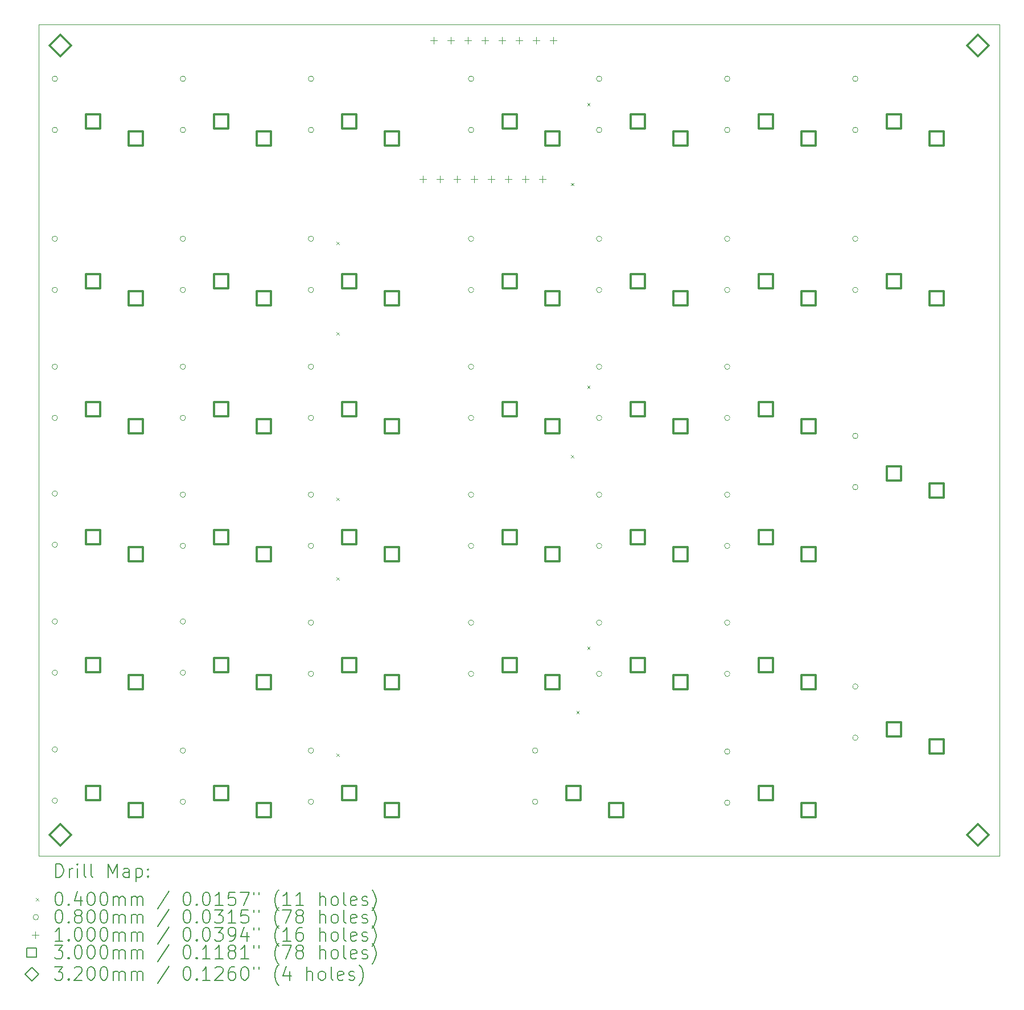
<source format=gbr>
%TF.GenerationSoftware,KiCad,Pcbnew,(6.0.9)*%
%TF.CreationDate,2022-12-06T20:12:37+01:00*%
%TF.ProjectId,tekskey-rounded-num,74656b73-6b65-4792-9d72-6f756e646564,rev?*%
%TF.SameCoordinates,Original*%
%TF.FileFunction,Drillmap*%
%TF.FilePolarity,Positive*%
%FSLAX45Y45*%
G04 Gerber Fmt 4.5, Leading zero omitted, Abs format (unit mm)*
G04 Created by KiCad (PCBNEW (6.0.9)) date 2022-12-06 20:12:37*
%MOMM*%
%LPD*%
G01*
G04 APERTURE LIST*
%ADD10C,0.100000*%
%ADD11C,0.200000*%
%ADD12C,0.040000*%
%ADD13C,0.080000*%
%ADD14C,0.300000*%
%ADD15C,0.320000*%
G04 APERTURE END LIST*
D10*
X4813500Y-3869125D02*
X19101000Y-3869125D01*
X19101000Y-3869125D02*
X19101000Y-16251625D01*
X19101000Y-16251625D02*
X4813500Y-16251625D01*
X4813500Y-16251625D02*
X4813500Y-3869125D01*
D11*
D12*
X9238500Y-7103500D02*
X9278500Y-7143500D01*
X9278500Y-7103500D02*
X9238500Y-7143500D01*
X9238500Y-8452875D02*
X9278500Y-8492875D01*
X9278500Y-8452875D02*
X9238500Y-8492875D01*
X9238500Y-10913500D02*
X9278500Y-10953500D01*
X9278500Y-10913500D02*
X9238500Y-10953500D01*
X9238500Y-12104125D02*
X9278500Y-12144125D01*
X9278500Y-12104125D02*
X9238500Y-12144125D01*
X9238500Y-14723500D02*
X9278500Y-14763500D01*
X9278500Y-14723500D02*
X9238500Y-14763500D01*
X12731000Y-6230375D02*
X12771000Y-6270375D01*
X12771000Y-6230375D02*
X12731000Y-6270375D01*
X12731000Y-10278500D02*
X12771000Y-10318500D01*
X12771000Y-10278500D02*
X12731000Y-10318500D01*
X12810375Y-14088500D02*
X12850375Y-14128500D01*
X12850375Y-14088500D02*
X12810375Y-14128500D01*
X12969125Y-5039750D02*
X13009125Y-5079750D01*
X13009125Y-5039750D02*
X12969125Y-5079750D01*
X12969125Y-9246625D02*
X13009125Y-9286625D01*
X13009125Y-9246625D02*
X12969125Y-9286625D01*
X12969125Y-13136000D02*
X13009125Y-13176000D01*
X13009125Y-13136000D02*
X12969125Y-13176000D01*
D13*
X5091625Y-4678750D02*
G75*
G03*
X5091625Y-4678750I-40000J0D01*
G01*
X5091625Y-5440750D02*
G75*
G03*
X5091625Y-5440750I-40000J0D01*
G01*
X5091625Y-7060000D02*
G75*
G03*
X5091625Y-7060000I-40000J0D01*
G01*
X5091625Y-7822000D02*
G75*
G03*
X5091625Y-7822000I-40000J0D01*
G01*
X5091625Y-8965000D02*
G75*
G03*
X5091625Y-8965000I-40000J0D01*
G01*
X5091625Y-9727000D02*
G75*
G03*
X5091625Y-9727000I-40000J0D01*
G01*
X5091625Y-10854125D02*
G75*
G03*
X5091625Y-10854125I-40000J0D01*
G01*
X5091625Y-11616125D02*
G75*
G03*
X5091625Y-11616125I-40000J0D01*
G01*
X5091625Y-12759125D02*
G75*
G03*
X5091625Y-12759125I-40000J0D01*
G01*
X5091625Y-13521125D02*
G75*
G03*
X5091625Y-13521125I-40000J0D01*
G01*
X5091625Y-14664125D02*
G75*
G03*
X5091625Y-14664125I-40000J0D01*
G01*
X5091625Y-15426125D02*
G75*
G03*
X5091625Y-15426125I-40000J0D01*
G01*
X6996625Y-4678750D02*
G75*
G03*
X6996625Y-4678750I-40000J0D01*
G01*
X6996625Y-5440750D02*
G75*
G03*
X6996625Y-5440750I-40000J0D01*
G01*
X6996625Y-7060000D02*
G75*
G03*
X6996625Y-7060000I-40000J0D01*
G01*
X6996625Y-7822000D02*
G75*
G03*
X6996625Y-7822000I-40000J0D01*
G01*
X6996625Y-8965000D02*
G75*
G03*
X6996625Y-8965000I-40000J0D01*
G01*
X6996625Y-9727000D02*
G75*
G03*
X6996625Y-9727000I-40000J0D01*
G01*
X6996625Y-10870000D02*
G75*
G03*
X6996625Y-10870000I-40000J0D01*
G01*
X6996625Y-11632000D02*
G75*
G03*
X6996625Y-11632000I-40000J0D01*
G01*
X6996625Y-12759125D02*
G75*
G03*
X6996625Y-12759125I-40000J0D01*
G01*
X6996625Y-13521125D02*
G75*
G03*
X6996625Y-13521125I-40000J0D01*
G01*
X6996625Y-14680000D02*
G75*
G03*
X6996625Y-14680000I-40000J0D01*
G01*
X6996625Y-15442000D02*
G75*
G03*
X6996625Y-15442000I-40000J0D01*
G01*
X8901625Y-4678750D02*
G75*
G03*
X8901625Y-4678750I-40000J0D01*
G01*
X8901625Y-5440750D02*
G75*
G03*
X8901625Y-5440750I-40000J0D01*
G01*
X8901625Y-7060000D02*
G75*
G03*
X8901625Y-7060000I-40000J0D01*
G01*
X8901625Y-7822000D02*
G75*
G03*
X8901625Y-7822000I-40000J0D01*
G01*
X8901625Y-8965000D02*
G75*
G03*
X8901625Y-8965000I-40000J0D01*
G01*
X8901625Y-9727000D02*
G75*
G03*
X8901625Y-9727000I-40000J0D01*
G01*
X8901625Y-10870000D02*
G75*
G03*
X8901625Y-10870000I-40000J0D01*
G01*
X8901625Y-11632000D02*
G75*
G03*
X8901625Y-11632000I-40000J0D01*
G01*
X8901625Y-12775000D02*
G75*
G03*
X8901625Y-12775000I-40000J0D01*
G01*
X8901625Y-13537000D02*
G75*
G03*
X8901625Y-13537000I-40000J0D01*
G01*
X8901625Y-14680000D02*
G75*
G03*
X8901625Y-14680000I-40000J0D01*
G01*
X8901625Y-15442000D02*
G75*
G03*
X8901625Y-15442000I-40000J0D01*
G01*
X11282875Y-4678750D02*
G75*
G03*
X11282875Y-4678750I-40000J0D01*
G01*
X11282875Y-5440750D02*
G75*
G03*
X11282875Y-5440750I-40000J0D01*
G01*
X11282875Y-7060000D02*
G75*
G03*
X11282875Y-7060000I-40000J0D01*
G01*
X11282875Y-7822000D02*
G75*
G03*
X11282875Y-7822000I-40000J0D01*
G01*
X11282875Y-8965000D02*
G75*
G03*
X11282875Y-8965000I-40000J0D01*
G01*
X11282875Y-9727000D02*
G75*
G03*
X11282875Y-9727000I-40000J0D01*
G01*
X11282875Y-10870000D02*
G75*
G03*
X11282875Y-10870000I-40000J0D01*
G01*
X11282875Y-11632000D02*
G75*
G03*
X11282875Y-11632000I-40000J0D01*
G01*
X11282875Y-12775000D02*
G75*
G03*
X11282875Y-12775000I-40000J0D01*
G01*
X11282875Y-13537000D02*
G75*
G03*
X11282875Y-13537000I-40000J0D01*
G01*
X12235375Y-14680000D02*
G75*
G03*
X12235375Y-14680000I-40000J0D01*
G01*
X12235375Y-15442000D02*
G75*
G03*
X12235375Y-15442000I-40000J0D01*
G01*
X13187875Y-4678750D02*
G75*
G03*
X13187875Y-4678750I-40000J0D01*
G01*
X13187875Y-5440750D02*
G75*
G03*
X13187875Y-5440750I-40000J0D01*
G01*
X13187875Y-7060000D02*
G75*
G03*
X13187875Y-7060000I-40000J0D01*
G01*
X13187875Y-7822000D02*
G75*
G03*
X13187875Y-7822000I-40000J0D01*
G01*
X13187875Y-8965000D02*
G75*
G03*
X13187875Y-8965000I-40000J0D01*
G01*
X13187875Y-9727000D02*
G75*
G03*
X13187875Y-9727000I-40000J0D01*
G01*
X13187875Y-10870000D02*
G75*
G03*
X13187875Y-10870000I-40000J0D01*
G01*
X13187875Y-11632000D02*
G75*
G03*
X13187875Y-11632000I-40000J0D01*
G01*
X13187875Y-12775000D02*
G75*
G03*
X13187875Y-12775000I-40000J0D01*
G01*
X13187875Y-13537000D02*
G75*
G03*
X13187875Y-13537000I-40000J0D01*
G01*
X15092875Y-4678750D02*
G75*
G03*
X15092875Y-4678750I-40000J0D01*
G01*
X15092875Y-5440750D02*
G75*
G03*
X15092875Y-5440750I-40000J0D01*
G01*
X15092875Y-7060000D02*
G75*
G03*
X15092875Y-7060000I-40000J0D01*
G01*
X15092875Y-7822000D02*
G75*
G03*
X15092875Y-7822000I-40000J0D01*
G01*
X15092875Y-8965000D02*
G75*
G03*
X15092875Y-8965000I-40000J0D01*
G01*
X15092875Y-9727000D02*
G75*
G03*
X15092875Y-9727000I-40000J0D01*
G01*
X15092875Y-10870000D02*
G75*
G03*
X15092875Y-10870000I-40000J0D01*
G01*
X15092875Y-11632000D02*
G75*
G03*
X15092875Y-11632000I-40000J0D01*
G01*
X15092875Y-12775000D02*
G75*
G03*
X15092875Y-12775000I-40000J0D01*
G01*
X15092875Y-13537000D02*
G75*
G03*
X15092875Y-13537000I-40000J0D01*
G01*
X15092875Y-14695875D02*
G75*
G03*
X15092875Y-14695875I-40000J0D01*
G01*
X15092875Y-15457875D02*
G75*
G03*
X15092875Y-15457875I-40000J0D01*
G01*
X16997875Y-4678750D02*
G75*
G03*
X16997875Y-4678750I-40000J0D01*
G01*
X16997875Y-5440750D02*
G75*
G03*
X16997875Y-5440750I-40000J0D01*
G01*
X16997875Y-7060000D02*
G75*
G03*
X16997875Y-7060000I-40000J0D01*
G01*
X16997875Y-7822000D02*
G75*
G03*
X16997875Y-7822000I-40000J0D01*
G01*
X16997875Y-9996875D02*
G75*
G03*
X16997875Y-9996875I-40000J0D01*
G01*
X16997875Y-10758875D02*
G75*
G03*
X16997875Y-10758875I-40000J0D01*
G01*
X16997875Y-13727500D02*
G75*
G03*
X16997875Y-13727500I-40000J0D01*
G01*
X16997875Y-14489500D02*
G75*
G03*
X16997875Y-14489500I-40000J0D01*
G01*
D10*
X10528500Y-6121000D02*
X10528500Y-6221000D01*
X10478500Y-6171000D02*
X10578500Y-6171000D01*
X10687250Y-4057250D02*
X10687250Y-4157250D01*
X10637250Y-4107250D02*
X10737250Y-4107250D01*
X10782500Y-6121000D02*
X10782500Y-6221000D01*
X10732500Y-6171000D02*
X10832500Y-6171000D01*
X10941250Y-4057250D02*
X10941250Y-4157250D01*
X10891250Y-4107250D02*
X10991250Y-4107250D01*
X11036500Y-6121000D02*
X11036500Y-6221000D01*
X10986500Y-6171000D02*
X11086500Y-6171000D01*
X11195250Y-4057250D02*
X11195250Y-4157250D01*
X11145250Y-4107250D02*
X11245250Y-4107250D01*
X11290500Y-6121000D02*
X11290500Y-6221000D01*
X11240500Y-6171000D02*
X11340500Y-6171000D01*
X11449250Y-4057250D02*
X11449250Y-4157250D01*
X11399250Y-4107250D02*
X11499250Y-4107250D01*
X11544500Y-6121000D02*
X11544500Y-6221000D01*
X11494500Y-6171000D02*
X11594500Y-6171000D01*
X11703250Y-4057250D02*
X11703250Y-4157250D01*
X11653250Y-4107250D02*
X11753250Y-4107250D01*
X11798500Y-6121000D02*
X11798500Y-6221000D01*
X11748500Y-6171000D02*
X11848500Y-6171000D01*
X11957250Y-4057250D02*
X11957250Y-4157250D01*
X11907250Y-4107250D02*
X12007250Y-4107250D01*
X12052500Y-6121000D02*
X12052500Y-6221000D01*
X12002500Y-6171000D02*
X12102500Y-6171000D01*
X12211250Y-4057250D02*
X12211250Y-4157250D01*
X12161250Y-4107250D02*
X12261250Y-4107250D01*
X12306500Y-6121000D02*
X12306500Y-6221000D01*
X12256500Y-6171000D02*
X12356500Y-6171000D01*
X12465250Y-4057250D02*
X12465250Y-4157250D01*
X12415250Y-4107250D02*
X12515250Y-4107250D01*
D14*
X5729192Y-5419817D02*
X5729192Y-5207683D01*
X5517058Y-5207683D01*
X5517058Y-5419817D01*
X5729192Y-5419817D01*
X5729192Y-7801067D02*
X5729192Y-7588933D01*
X5517058Y-7588933D01*
X5517058Y-7801067D01*
X5729192Y-7801067D01*
X5729192Y-9706067D02*
X5729192Y-9493933D01*
X5517058Y-9493933D01*
X5517058Y-9706067D01*
X5729192Y-9706067D01*
X5729192Y-11611067D02*
X5729192Y-11398933D01*
X5517058Y-11398933D01*
X5517058Y-11611067D01*
X5729192Y-11611067D01*
X5729192Y-13516067D02*
X5729192Y-13303933D01*
X5517058Y-13303933D01*
X5517058Y-13516067D01*
X5729192Y-13516067D01*
X5729192Y-15421067D02*
X5729192Y-15208933D01*
X5517058Y-15208933D01*
X5517058Y-15421067D01*
X5729192Y-15421067D01*
X6364192Y-5673817D02*
X6364192Y-5461683D01*
X6152058Y-5461683D01*
X6152058Y-5673817D01*
X6364192Y-5673817D01*
X6364192Y-8055067D02*
X6364192Y-7842933D01*
X6152058Y-7842933D01*
X6152058Y-8055067D01*
X6364192Y-8055067D01*
X6364192Y-9960067D02*
X6364192Y-9747933D01*
X6152058Y-9747933D01*
X6152058Y-9960067D01*
X6364192Y-9960067D01*
X6364192Y-11865067D02*
X6364192Y-11652933D01*
X6152058Y-11652933D01*
X6152058Y-11865067D01*
X6364192Y-11865067D01*
X6364192Y-13770067D02*
X6364192Y-13557933D01*
X6152058Y-13557933D01*
X6152058Y-13770067D01*
X6364192Y-13770067D01*
X6364192Y-15675067D02*
X6364192Y-15462933D01*
X6152058Y-15462933D01*
X6152058Y-15675067D01*
X6364192Y-15675067D01*
X7634192Y-5419817D02*
X7634192Y-5207683D01*
X7422058Y-5207683D01*
X7422058Y-5419817D01*
X7634192Y-5419817D01*
X7634192Y-7801067D02*
X7634192Y-7588933D01*
X7422058Y-7588933D01*
X7422058Y-7801067D01*
X7634192Y-7801067D01*
X7634192Y-9706067D02*
X7634192Y-9493933D01*
X7422058Y-9493933D01*
X7422058Y-9706067D01*
X7634192Y-9706067D01*
X7634192Y-11611067D02*
X7634192Y-11398933D01*
X7422058Y-11398933D01*
X7422058Y-11611067D01*
X7634192Y-11611067D01*
X7634192Y-13516067D02*
X7634192Y-13303933D01*
X7422058Y-13303933D01*
X7422058Y-13516067D01*
X7634192Y-13516067D01*
X7634192Y-15421067D02*
X7634192Y-15208933D01*
X7422058Y-15208933D01*
X7422058Y-15421067D01*
X7634192Y-15421067D01*
X8269192Y-5673817D02*
X8269192Y-5461683D01*
X8057058Y-5461683D01*
X8057058Y-5673817D01*
X8269192Y-5673817D01*
X8269192Y-8055067D02*
X8269192Y-7842933D01*
X8057058Y-7842933D01*
X8057058Y-8055067D01*
X8269192Y-8055067D01*
X8269192Y-9960067D02*
X8269192Y-9747933D01*
X8057058Y-9747933D01*
X8057058Y-9960067D01*
X8269192Y-9960067D01*
X8269192Y-11865067D02*
X8269192Y-11652933D01*
X8057058Y-11652933D01*
X8057058Y-11865067D01*
X8269192Y-11865067D01*
X8269192Y-13770067D02*
X8269192Y-13557933D01*
X8057058Y-13557933D01*
X8057058Y-13770067D01*
X8269192Y-13770067D01*
X8269192Y-15675067D02*
X8269192Y-15462933D01*
X8057058Y-15462933D01*
X8057058Y-15675067D01*
X8269192Y-15675067D01*
X9539192Y-5419817D02*
X9539192Y-5207683D01*
X9327058Y-5207683D01*
X9327058Y-5419817D01*
X9539192Y-5419817D01*
X9539192Y-7801067D02*
X9539192Y-7588933D01*
X9327058Y-7588933D01*
X9327058Y-7801067D01*
X9539192Y-7801067D01*
X9539192Y-9706067D02*
X9539192Y-9493933D01*
X9327058Y-9493933D01*
X9327058Y-9706067D01*
X9539192Y-9706067D01*
X9539192Y-11611067D02*
X9539192Y-11398933D01*
X9327058Y-11398933D01*
X9327058Y-11611067D01*
X9539192Y-11611067D01*
X9539192Y-13516067D02*
X9539192Y-13303933D01*
X9327058Y-13303933D01*
X9327058Y-13516067D01*
X9539192Y-13516067D01*
X9539192Y-15421067D02*
X9539192Y-15208933D01*
X9327058Y-15208933D01*
X9327058Y-15421067D01*
X9539192Y-15421067D01*
X10174192Y-5673817D02*
X10174192Y-5461683D01*
X9962058Y-5461683D01*
X9962058Y-5673817D01*
X10174192Y-5673817D01*
X10174192Y-8055067D02*
X10174192Y-7842933D01*
X9962058Y-7842933D01*
X9962058Y-8055067D01*
X10174192Y-8055067D01*
X10174192Y-9960067D02*
X10174192Y-9747933D01*
X9962058Y-9747933D01*
X9962058Y-9960067D01*
X10174192Y-9960067D01*
X10174192Y-11865067D02*
X10174192Y-11652933D01*
X9962058Y-11652933D01*
X9962058Y-11865067D01*
X10174192Y-11865067D01*
X10174192Y-13770067D02*
X10174192Y-13557933D01*
X9962058Y-13557933D01*
X9962058Y-13770067D01*
X10174192Y-13770067D01*
X10174192Y-15675067D02*
X10174192Y-15462933D01*
X9962058Y-15462933D01*
X9962058Y-15675067D01*
X10174192Y-15675067D01*
X11920442Y-5419817D02*
X11920442Y-5207683D01*
X11708308Y-5207683D01*
X11708308Y-5419817D01*
X11920442Y-5419817D01*
X11920442Y-7801067D02*
X11920442Y-7588933D01*
X11708308Y-7588933D01*
X11708308Y-7801067D01*
X11920442Y-7801067D01*
X11920442Y-9706067D02*
X11920442Y-9493933D01*
X11708308Y-9493933D01*
X11708308Y-9706067D01*
X11920442Y-9706067D01*
X11920442Y-11611067D02*
X11920442Y-11398933D01*
X11708308Y-11398933D01*
X11708308Y-11611067D01*
X11920442Y-11611067D01*
X11920442Y-13516067D02*
X11920442Y-13303933D01*
X11708308Y-13303933D01*
X11708308Y-13516067D01*
X11920442Y-13516067D01*
X12555442Y-5673817D02*
X12555442Y-5461683D01*
X12343308Y-5461683D01*
X12343308Y-5673817D01*
X12555442Y-5673817D01*
X12555442Y-8055067D02*
X12555442Y-7842933D01*
X12343308Y-7842933D01*
X12343308Y-8055067D01*
X12555442Y-8055067D01*
X12555442Y-9960067D02*
X12555442Y-9747933D01*
X12343308Y-9747933D01*
X12343308Y-9960067D01*
X12555442Y-9960067D01*
X12555442Y-11865067D02*
X12555442Y-11652933D01*
X12343308Y-11652933D01*
X12343308Y-11865067D01*
X12555442Y-11865067D01*
X12555442Y-13770067D02*
X12555442Y-13557933D01*
X12343308Y-13557933D01*
X12343308Y-13770067D01*
X12555442Y-13770067D01*
X12872942Y-15421067D02*
X12872942Y-15208933D01*
X12660808Y-15208933D01*
X12660808Y-15421067D01*
X12872942Y-15421067D01*
X13507942Y-15675067D02*
X13507942Y-15462933D01*
X13295808Y-15462933D01*
X13295808Y-15675067D01*
X13507942Y-15675067D01*
X13825442Y-5419817D02*
X13825442Y-5207683D01*
X13613308Y-5207683D01*
X13613308Y-5419817D01*
X13825442Y-5419817D01*
X13825442Y-7801067D02*
X13825442Y-7588933D01*
X13613308Y-7588933D01*
X13613308Y-7801067D01*
X13825442Y-7801067D01*
X13825442Y-9706067D02*
X13825442Y-9493933D01*
X13613308Y-9493933D01*
X13613308Y-9706067D01*
X13825442Y-9706067D01*
X13825442Y-11611067D02*
X13825442Y-11398933D01*
X13613308Y-11398933D01*
X13613308Y-11611067D01*
X13825442Y-11611067D01*
X13825442Y-13516067D02*
X13825442Y-13303933D01*
X13613308Y-13303933D01*
X13613308Y-13516067D01*
X13825442Y-13516067D01*
X14460442Y-5673817D02*
X14460442Y-5461683D01*
X14248308Y-5461683D01*
X14248308Y-5673817D01*
X14460442Y-5673817D01*
X14460442Y-8055067D02*
X14460442Y-7842933D01*
X14248308Y-7842933D01*
X14248308Y-8055067D01*
X14460442Y-8055067D01*
X14460442Y-9960067D02*
X14460442Y-9747933D01*
X14248308Y-9747933D01*
X14248308Y-9960067D01*
X14460442Y-9960067D01*
X14460442Y-11865067D02*
X14460442Y-11652933D01*
X14248308Y-11652933D01*
X14248308Y-11865067D01*
X14460442Y-11865067D01*
X14460442Y-13770067D02*
X14460442Y-13557933D01*
X14248308Y-13557933D01*
X14248308Y-13770067D01*
X14460442Y-13770067D01*
X15730442Y-5419817D02*
X15730442Y-5207683D01*
X15518308Y-5207683D01*
X15518308Y-5419817D01*
X15730442Y-5419817D01*
X15730442Y-7801067D02*
X15730442Y-7588933D01*
X15518308Y-7588933D01*
X15518308Y-7801067D01*
X15730442Y-7801067D01*
X15730442Y-9706067D02*
X15730442Y-9493933D01*
X15518308Y-9493933D01*
X15518308Y-9706067D01*
X15730442Y-9706067D01*
X15730442Y-11611067D02*
X15730442Y-11398933D01*
X15518308Y-11398933D01*
X15518308Y-11611067D01*
X15730442Y-11611067D01*
X15730442Y-13516067D02*
X15730442Y-13303933D01*
X15518308Y-13303933D01*
X15518308Y-13516067D01*
X15730442Y-13516067D01*
X15730442Y-15421067D02*
X15730442Y-15208933D01*
X15518308Y-15208933D01*
X15518308Y-15421067D01*
X15730442Y-15421067D01*
X16365442Y-5673817D02*
X16365442Y-5461683D01*
X16153308Y-5461683D01*
X16153308Y-5673817D01*
X16365442Y-5673817D01*
X16365442Y-8055067D02*
X16365442Y-7842933D01*
X16153308Y-7842933D01*
X16153308Y-8055067D01*
X16365442Y-8055067D01*
X16365442Y-9960067D02*
X16365442Y-9747933D01*
X16153308Y-9747933D01*
X16153308Y-9960067D01*
X16365442Y-9960067D01*
X16365442Y-11865067D02*
X16365442Y-11652933D01*
X16153308Y-11652933D01*
X16153308Y-11865067D01*
X16365442Y-11865067D01*
X16365442Y-13770067D02*
X16365442Y-13557933D01*
X16153308Y-13557933D01*
X16153308Y-13770067D01*
X16365442Y-13770067D01*
X16365442Y-15675067D02*
X16365442Y-15462933D01*
X16153308Y-15462933D01*
X16153308Y-15675067D01*
X16365442Y-15675067D01*
X17635442Y-5419817D02*
X17635442Y-5207683D01*
X17423308Y-5207683D01*
X17423308Y-5419817D01*
X17635442Y-5419817D01*
X17635442Y-7801067D02*
X17635442Y-7588933D01*
X17423308Y-7588933D01*
X17423308Y-7801067D01*
X17635442Y-7801067D01*
X17635442Y-10658567D02*
X17635442Y-10446433D01*
X17423308Y-10446433D01*
X17423308Y-10658567D01*
X17635442Y-10658567D01*
X17635442Y-14468567D02*
X17635442Y-14256433D01*
X17423308Y-14256433D01*
X17423308Y-14468567D01*
X17635442Y-14468567D01*
X18270442Y-5673817D02*
X18270442Y-5461683D01*
X18058308Y-5461683D01*
X18058308Y-5673817D01*
X18270442Y-5673817D01*
X18270442Y-8055067D02*
X18270442Y-7842933D01*
X18058308Y-7842933D01*
X18058308Y-8055067D01*
X18270442Y-8055067D01*
X18270442Y-10912567D02*
X18270442Y-10700433D01*
X18058308Y-10700433D01*
X18058308Y-10912567D01*
X18270442Y-10912567D01*
X18270442Y-14722567D02*
X18270442Y-14510433D01*
X18058308Y-14510433D01*
X18058308Y-14722567D01*
X18270442Y-14722567D01*
D15*
X5131000Y-4346625D02*
X5291000Y-4186625D01*
X5131000Y-4026625D01*
X4971000Y-4186625D01*
X5131000Y-4346625D01*
X5131000Y-16094125D02*
X5291000Y-15934125D01*
X5131000Y-15774125D01*
X4971000Y-15934125D01*
X5131000Y-16094125D01*
X18783500Y-4346625D02*
X18943500Y-4186625D01*
X18783500Y-4026625D01*
X18623500Y-4186625D01*
X18783500Y-4346625D01*
X18783500Y-16094125D02*
X18943500Y-15934125D01*
X18783500Y-15774125D01*
X18623500Y-15934125D01*
X18783500Y-16094125D01*
D11*
X5066119Y-16567101D02*
X5066119Y-16367101D01*
X5113738Y-16367101D01*
X5142310Y-16376625D01*
X5161357Y-16395673D01*
X5170881Y-16414720D01*
X5180405Y-16452815D01*
X5180405Y-16481387D01*
X5170881Y-16519482D01*
X5161357Y-16538530D01*
X5142310Y-16557577D01*
X5113738Y-16567101D01*
X5066119Y-16567101D01*
X5266119Y-16567101D02*
X5266119Y-16433768D01*
X5266119Y-16471863D02*
X5275643Y-16452815D01*
X5285167Y-16443292D01*
X5304214Y-16433768D01*
X5323262Y-16433768D01*
X5389929Y-16567101D02*
X5389929Y-16433768D01*
X5389929Y-16367101D02*
X5380405Y-16376625D01*
X5389929Y-16386149D01*
X5399452Y-16376625D01*
X5389929Y-16367101D01*
X5389929Y-16386149D01*
X5513738Y-16567101D02*
X5494690Y-16557577D01*
X5485167Y-16538530D01*
X5485167Y-16367101D01*
X5618500Y-16567101D02*
X5599452Y-16557577D01*
X5589929Y-16538530D01*
X5589929Y-16367101D01*
X5847071Y-16567101D02*
X5847071Y-16367101D01*
X5913738Y-16509958D01*
X5980405Y-16367101D01*
X5980405Y-16567101D01*
X6161357Y-16567101D02*
X6161357Y-16462339D01*
X6151833Y-16443292D01*
X6132786Y-16433768D01*
X6094690Y-16433768D01*
X6075643Y-16443292D01*
X6161357Y-16557577D02*
X6142309Y-16567101D01*
X6094690Y-16567101D01*
X6075643Y-16557577D01*
X6066119Y-16538530D01*
X6066119Y-16519482D01*
X6075643Y-16500434D01*
X6094690Y-16490911D01*
X6142309Y-16490911D01*
X6161357Y-16481387D01*
X6256595Y-16433768D02*
X6256595Y-16633768D01*
X6256595Y-16443292D02*
X6275643Y-16433768D01*
X6313738Y-16433768D01*
X6332786Y-16443292D01*
X6342309Y-16452815D01*
X6351833Y-16471863D01*
X6351833Y-16529006D01*
X6342309Y-16548053D01*
X6332786Y-16557577D01*
X6313738Y-16567101D01*
X6275643Y-16567101D01*
X6256595Y-16557577D01*
X6437548Y-16548053D02*
X6447071Y-16557577D01*
X6437548Y-16567101D01*
X6428024Y-16557577D01*
X6437548Y-16548053D01*
X6437548Y-16567101D01*
X6437548Y-16443292D02*
X6447071Y-16452815D01*
X6437548Y-16462339D01*
X6428024Y-16452815D01*
X6437548Y-16443292D01*
X6437548Y-16462339D01*
D12*
X4768500Y-16876625D02*
X4808500Y-16916625D01*
X4808500Y-16876625D02*
X4768500Y-16916625D01*
D11*
X5104214Y-16787101D02*
X5123262Y-16787101D01*
X5142310Y-16796625D01*
X5151833Y-16806149D01*
X5161357Y-16825196D01*
X5170881Y-16863292D01*
X5170881Y-16910911D01*
X5161357Y-16949006D01*
X5151833Y-16968054D01*
X5142310Y-16977577D01*
X5123262Y-16987101D01*
X5104214Y-16987101D01*
X5085167Y-16977577D01*
X5075643Y-16968054D01*
X5066119Y-16949006D01*
X5056595Y-16910911D01*
X5056595Y-16863292D01*
X5066119Y-16825196D01*
X5075643Y-16806149D01*
X5085167Y-16796625D01*
X5104214Y-16787101D01*
X5256595Y-16968054D02*
X5266119Y-16977577D01*
X5256595Y-16987101D01*
X5247071Y-16977577D01*
X5256595Y-16968054D01*
X5256595Y-16987101D01*
X5437548Y-16853768D02*
X5437548Y-16987101D01*
X5389929Y-16777577D02*
X5342310Y-16920435D01*
X5466119Y-16920435D01*
X5580405Y-16787101D02*
X5599452Y-16787101D01*
X5618500Y-16796625D01*
X5628024Y-16806149D01*
X5637548Y-16825196D01*
X5647071Y-16863292D01*
X5647071Y-16910911D01*
X5637548Y-16949006D01*
X5628024Y-16968054D01*
X5618500Y-16977577D01*
X5599452Y-16987101D01*
X5580405Y-16987101D01*
X5561357Y-16977577D01*
X5551833Y-16968054D01*
X5542310Y-16949006D01*
X5532786Y-16910911D01*
X5532786Y-16863292D01*
X5542310Y-16825196D01*
X5551833Y-16806149D01*
X5561357Y-16796625D01*
X5580405Y-16787101D01*
X5770881Y-16787101D02*
X5789928Y-16787101D01*
X5808976Y-16796625D01*
X5818500Y-16806149D01*
X5828024Y-16825196D01*
X5837548Y-16863292D01*
X5837548Y-16910911D01*
X5828024Y-16949006D01*
X5818500Y-16968054D01*
X5808976Y-16977577D01*
X5789928Y-16987101D01*
X5770881Y-16987101D01*
X5751833Y-16977577D01*
X5742309Y-16968054D01*
X5732786Y-16949006D01*
X5723262Y-16910911D01*
X5723262Y-16863292D01*
X5732786Y-16825196D01*
X5742309Y-16806149D01*
X5751833Y-16796625D01*
X5770881Y-16787101D01*
X5923262Y-16987101D02*
X5923262Y-16853768D01*
X5923262Y-16872815D02*
X5932786Y-16863292D01*
X5951833Y-16853768D01*
X5980405Y-16853768D01*
X5999452Y-16863292D01*
X6008976Y-16882339D01*
X6008976Y-16987101D01*
X6008976Y-16882339D02*
X6018500Y-16863292D01*
X6037548Y-16853768D01*
X6066119Y-16853768D01*
X6085167Y-16863292D01*
X6094690Y-16882339D01*
X6094690Y-16987101D01*
X6189928Y-16987101D02*
X6189928Y-16853768D01*
X6189928Y-16872815D02*
X6199452Y-16863292D01*
X6218500Y-16853768D01*
X6247071Y-16853768D01*
X6266119Y-16863292D01*
X6275643Y-16882339D01*
X6275643Y-16987101D01*
X6275643Y-16882339D02*
X6285167Y-16863292D01*
X6304214Y-16853768D01*
X6332786Y-16853768D01*
X6351833Y-16863292D01*
X6361357Y-16882339D01*
X6361357Y-16987101D01*
X6751833Y-16777577D02*
X6580405Y-17034720D01*
X7008976Y-16787101D02*
X7028024Y-16787101D01*
X7047071Y-16796625D01*
X7056595Y-16806149D01*
X7066119Y-16825196D01*
X7075643Y-16863292D01*
X7075643Y-16910911D01*
X7066119Y-16949006D01*
X7056595Y-16968054D01*
X7047071Y-16977577D01*
X7028024Y-16987101D01*
X7008976Y-16987101D01*
X6989928Y-16977577D01*
X6980405Y-16968054D01*
X6970881Y-16949006D01*
X6961357Y-16910911D01*
X6961357Y-16863292D01*
X6970881Y-16825196D01*
X6980405Y-16806149D01*
X6989928Y-16796625D01*
X7008976Y-16787101D01*
X7161357Y-16968054D02*
X7170881Y-16977577D01*
X7161357Y-16987101D01*
X7151833Y-16977577D01*
X7161357Y-16968054D01*
X7161357Y-16987101D01*
X7294690Y-16787101D02*
X7313738Y-16787101D01*
X7332786Y-16796625D01*
X7342309Y-16806149D01*
X7351833Y-16825196D01*
X7361357Y-16863292D01*
X7361357Y-16910911D01*
X7351833Y-16949006D01*
X7342309Y-16968054D01*
X7332786Y-16977577D01*
X7313738Y-16987101D01*
X7294690Y-16987101D01*
X7275643Y-16977577D01*
X7266119Y-16968054D01*
X7256595Y-16949006D01*
X7247071Y-16910911D01*
X7247071Y-16863292D01*
X7256595Y-16825196D01*
X7266119Y-16806149D01*
X7275643Y-16796625D01*
X7294690Y-16787101D01*
X7551833Y-16987101D02*
X7437548Y-16987101D01*
X7494690Y-16987101D02*
X7494690Y-16787101D01*
X7475643Y-16815673D01*
X7456595Y-16834720D01*
X7437548Y-16844244D01*
X7732786Y-16787101D02*
X7637548Y-16787101D01*
X7628024Y-16882339D01*
X7637548Y-16872815D01*
X7656595Y-16863292D01*
X7704214Y-16863292D01*
X7723262Y-16872815D01*
X7732786Y-16882339D01*
X7742309Y-16901387D01*
X7742309Y-16949006D01*
X7732786Y-16968054D01*
X7723262Y-16977577D01*
X7704214Y-16987101D01*
X7656595Y-16987101D01*
X7637548Y-16977577D01*
X7628024Y-16968054D01*
X7808976Y-16787101D02*
X7942309Y-16787101D01*
X7856595Y-16987101D01*
X8008976Y-16787101D02*
X8008976Y-16825196D01*
X8085167Y-16787101D02*
X8085167Y-16825196D01*
X8380405Y-17063292D02*
X8370881Y-17053768D01*
X8351833Y-17025196D01*
X8342309Y-17006149D01*
X8332786Y-16977577D01*
X8323262Y-16929958D01*
X8323262Y-16891863D01*
X8332786Y-16844244D01*
X8342309Y-16815673D01*
X8351833Y-16796625D01*
X8370881Y-16768053D01*
X8380405Y-16758530D01*
X8561357Y-16987101D02*
X8447071Y-16987101D01*
X8504214Y-16987101D02*
X8504214Y-16787101D01*
X8485167Y-16815673D01*
X8466119Y-16834720D01*
X8447071Y-16844244D01*
X8751833Y-16987101D02*
X8637548Y-16987101D01*
X8694690Y-16987101D02*
X8694690Y-16787101D01*
X8675643Y-16815673D01*
X8656595Y-16834720D01*
X8637548Y-16844244D01*
X8989929Y-16987101D02*
X8989929Y-16787101D01*
X9075643Y-16987101D02*
X9075643Y-16882339D01*
X9066119Y-16863292D01*
X9047071Y-16853768D01*
X9018500Y-16853768D01*
X8999452Y-16863292D01*
X8989929Y-16872815D01*
X9199452Y-16987101D02*
X9180405Y-16977577D01*
X9170881Y-16968054D01*
X9161357Y-16949006D01*
X9161357Y-16891863D01*
X9170881Y-16872815D01*
X9180405Y-16863292D01*
X9199452Y-16853768D01*
X9228024Y-16853768D01*
X9247071Y-16863292D01*
X9256595Y-16872815D01*
X9266119Y-16891863D01*
X9266119Y-16949006D01*
X9256595Y-16968054D01*
X9247071Y-16977577D01*
X9228024Y-16987101D01*
X9199452Y-16987101D01*
X9380405Y-16987101D02*
X9361357Y-16977577D01*
X9351833Y-16958530D01*
X9351833Y-16787101D01*
X9532786Y-16977577D02*
X9513738Y-16987101D01*
X9475643Y-16987101D01*
X9456595Y-16977577D01*
X9447071Y-16958530D01*
X9447071Y-16882339D01*
X9456595Y-16863292D01*
X9475643Y-16853768D01*
X9513738Y-16853768D01*
X9532786Y-16863292D01*
X9542310Y-16882339D01*
X9542310Y-16901387D01*
X9447071Y-16920435D01*
X9618500Y-16977577D02*
X9637548Y-16987101D01*
X9675643Y-16987101D01*
X9694690Y-16977577D01*
X9704214Y-16958530D01*
X9704214Y-16949006D01*
X9694690Y-16929958D01*
X9675643Y-16920435D01*
X9647071Y-16920435D01*
X9628024Y-16910911D01*
X9618500Y-16891863D01*
X9618500Y-16882339D01*
X9628024Y-16863292D01*
X9647071Y-16853768D01*
X9675643Y-16853768D01*
X9694690Y-16863292D01*
X9770881Y-17063292D02*
X9780405Y-17053768D01*
X9799452Y-17025196D01*
X9808976Y-17006149D01*
X9818500Y-16977577D01*
X9828024Y-16929958D01*
X9828024Y-16891863D01*
X9818500Y-16844244D01*
X9808976Y-16815673D01*
X9799452Y-16796625D01*
X9780405Y-16768053D01*
X9770881Y-16758530D01*
D13*
X4808500Y-17160625D02*
G75*
G03*
X4808500Y-17160625I-40000J0D01*
G01*
D11*
X5104214Y-17051101D02*
X5123262Y-17051101D01*
X5142310Y-17060625D01*
X5151833Y-17070149D01*
X5161357Y-17089196D01*
X5170881Y-17127292D01*
X5170881Y-17174911D01*
X5161357Y-17213006D01*
X5151833Y-17232054D01*
X5142310Y-17241577D01*
X5123262Y-17251101D01*
X5104214Y-17251101D01*
X5085167Y-17241577D01*
X5075643Y-17232054D01*
X5066119Y-17213006D01*
X5056595Y-17174911D01*
X5056595Y-17127292D01*
X5066119Y-17089196D01*
X5075643Y-17070149D01*
X5085167Y-17060625D01*
X5104214Y-17051101D01*
X5256595Y-17232054D02*
X5266119Y-17241577D01*
X5256595Y-17251101D01*
X5247071Y-17241577D01*
X5256595Y-17232054D01*
X5256595Y-17251101D01*
X5380405Y-17136815D02*
X5361357Y-17127292D01*
X5351833Y-17117768D01*
X5342310Y-17098720D01*
X5342310Y-17089196D01*
X5351833Y-17070149D01*
X5361357Y-17060625D01*
X5380405Y-17051101D01*
X5418500Y-17051101D01*
X5437548Y-17060625D01*
X5447071Y-17070149D01*
X5456595Y-17089196D01*
X5456595Y-17098720D01*
X5447071Y-17117768D01*
X5437548Y-17127292D01*
X5418500Y-17136815D01*
X5380405Y-17136815D01*
X5361357Y-17146339D01*
X5351833Y-17155863D01*
X5342310Y-17174911D01*
X5342310Y-17213006D01*
X5351833Y-17232054D01*
X5361357Y-17241577D01*
X5380405Y-17251101D01*
X5418500Y-17251101D01*
X5437548Y-17241577D01*
X5447071Y-17232054D01*
X5456595Y-17213006D01*
X5456595Y-17174911D01*
X5447071Y-17155863D01*
X5437548Y-17146339D01*
X5418500Y-17136815D01*
X5580405Y-17051101D02*
X5599452Y-17051101D01*
X5618500Y-17060625D01*
X5628024Y-17070149D01*
X5637548Y-17089196D01*
X5647071Y-17127292D01*
X5647071Y-17174911D01*
X5637548Y-17213006D01*
X5628024Y-17232054D01*
X5618500Y-17241577D01*
X5599452Y-17251101D01*
X5580405Y-17251101D01*
X5561357Y-17241577D01*
X5551833Y-17232054D01*
X5542310Y-17213006D01*
X5532786Y-17174911D01*
X5532786Y-17127292D01*
X5542310Y-17089196D01*
X5551833Y-17070149D01*
X5561357Y-17060625D01*
X5580405Y-17051101D01*
X5770881Y-17051101D02*
X5789928Y-17051101D01*
X5808976Y-17060625D01*
X5818500Y-17070149D01*
X5828024Y-17089196D01*
X5837548Y-17127292D01*
X5837548Y-17174911D01*
X5828024Y-17213006D01*
X5818500Y-17232054D01*
X5808976Y-17241577D01*
X5789928Y-17251101D01*
X5770881Y-17251101D01*
X5751833Y-17241577D01*
X5742309Y-17232054D01*
X5732786Y-17213006D01*
X5723262Y-17174911D01*
X5723262Y-17127292D01*
X5732786Y-17089196D01*
X5742309Y-17070149D01*
X5751833Y-17060625D01*
X5770881Y-17051101D01*
X5923262Y-17251101D02*
X5923262Y-17117768D01*
X5923262Y-17136815D02*
X5932786Y-17127292D01*
X5951833Y-17117768D01*
X5980405Y-17117768D01*
X5999452Y-17127292D01*
X6008976Y-17146339D01*
X6008976Y-17251101D01*
X6008976Y-17146339D02*
X6018500Y-17127292D01*
X6037548Y-17117768D01*
X6066119Y-17117768D01*
X6085167Y-17127292D01*
X6094690Y-17146339D01*
X6094690Y-17251101D01*
X6189928Y-17251101D02*
X6189928Y-17117768D01*
X6189928Y-17136815D02*
X6199452Y-17127292D01*
X6218500Y-17117768D01*
X6247071Y-17117768D01*
X6266119Y-17127292D01*
X6275643Y-17146339D01*
X6275643Y-17251101D01*
X6275643Y-17146339D02*
X6285167Y-17127292D01*
X6304214Y-17117768D01*
X6332786Y-17117768D01*
X6351833Y-17127292D01*
X6361357Y-17146339D01*
X6361357Y-17251101D01*
X6751833Y-17041577D02*
X6580405Y-17298720D01*
X7008976Y-17051101D02*
X7028024Y-17051101D01*
X7047071Y-17060625D01*
X7056595Y-17070149D01*
X7066119Y-17089196D01*
X7075643Y-17127292D01*
X7075643Y-17174911D01*
X7066119Y-17213006D01*
X7056595Y-17232054D01*
X7047071Y-17241577D01*
X7028024Y-17251101D01*
X7008976Y-17251101D01*
X6989928Y-17241577D01*
X6980405Y-17232054D01*
X6970881Y-17213006D01*
X6961357Y-17174911D01*
X6961357Y-17127292D01*
X6970881Y-17089196D01*
X6980405Y-17070149D01*
X6989928Y-17060625D01*
X7008976Y-17051101D01*
X7161357Y-17232054D02*
X7170881Y-17241577D01*
X7161357Y-17251101D01*
X7151833Y-17241577D01*
X7161357Y-17232054D01*
X7161357Y-17251101D01*
X7294690Y-17051101D02*
X7313738Y-17051101D01*
X7332786Y-17060625D01*
X7342309Y-17070149D01*
X7351833Y-17089196D01*
X7361357Y-17127292D01*
X7361357Y-17174911D01*
X7351833Y-17213006D01*
X7342309Y-17232054D01*
X7332786Y-17241577D01*
X7313738Y-17251101D01*
X7294690Y-17251101D01*
X7275643Y-17241577D01*
X7266119Y-17232054D01*
X7256595Y-17213006D01*
X7247071Y-17174911D01*
X7247071Y-17127292D01*
X7256595Y-17089196D01*
X7266119Y-17070149D01*
X7275643Y-17060625D01*
X7294690Y-17051101D01*
X7428024Y-17051101D02*
X7551833Y-17051101D01*
X7485167Y-17127292D01*
X7513738Y-17127292D01*
X7532786Y-17136815D01*
X7542309Y-17146339D01*
X7551833Y-17165387D01*
X7551833Y-17213006D01*
X7542309Y-17232054D01*
X7532786Y-17241577D01*
X7513738Y-17251101D01*
X7456595Y-17251101D01*
X7437548Y-17241577D01*
X7428024Y-17232054D01*
X7742309Y-17251101D02*
X7628024Y-17251101D01*
X7685167Y-17251101D02*
X7685167Y-17051101D01*
X7666119Y-17079673D01*
X7647071Y-17098720D01*
X7628024Y-17108244D01*
X7923262Y-17051101D02*
X7828024Y-17051101D01*
X7818500Y-17146339D01*
X7828024Y-17136815D01*
X7847071Y-17127292D01*
X7894690Y-17127292D01*
X7913738Y-17136815D01*
X7923262Y-17146339D01*
X7932786Y-17165387D01*
X7932786Y-17213006D01*
X7923262Y-17232054D01*
X7913738Y-17241577D01*
X7894690Y-17251101D01*
X7847071Y-17251101D01*
X7828024Y-17241577D01*
X7818500Y-17232054D01*
X8008976Y-17051101D02*
X8008976Y-17089196D01*
X8085167Y-17051101D02*
X8085167Y-17089196D01*
X8380405Y-17327292D02*
X8370881Y-17317768D01*
X8351833Y-17289196D01*
X8342309Y-17270149D01*
X8332786Y-17241577D01*
X8323262Y-17193958D01*
X8323262Y-17155863D01*
X8332786Y-17108244D01*
X8342309Y-17079673D01*
X8351833Y-17060625D01*
X8370881Y-17032054D01*
X8380405Y-17022530D01*
X8437548Y-17051101D02*
X8570881Y-17051101D01*
X8485167Y-17251101D01*
X8675643Y-17136815D02*
X8656595Y-17127292D01*
X8647071Y-17117768D01*
X8637548Y-17098720D01*
X8637548Y-17089196D01*
X8647071Y-17070149D01*
X8656595Y-17060625D01*
X8675643Y-17051101D01*
X8713738Y-17051101D01*
X8732786Y-17060625D01*
X8742310Y-17070149D01*
X8751833Y-17089196D01*
X8751833Y-17098720D01*
X8742310Y-17117768D01*
X8732786Y-17127292D01*
X8713738Y-17136815D01*
X8675643Y-17136815D01*
X8656595Y-17146339D01*
X8647071Y-17155863D01*
X8637548Y-17174911D01*
X8637548Y-17213006D01*
X8647071Y-17232054D01*
X8656595Y-17241577D01*
X8675643Y-17251101D01*
X8713738Y-17251101D01*
X8732786Y-17241577D01*
X8742310Y-17232054D01*
X8751833Y-17213006D01*
X8751833Y-17174911D01*
X8742310Y-17155863D01*
X8732786Y-17146339D01*
X8713738Y-17136815D01*
X8989929Y-17251101D02*
X8989929Y-17051101D01*
X9075643Y-17251101D02*
X9075643Y-17146339D01*
X9066119Y-17127292D01*
X9047071Y-17117768D01*
X9018500Y-17117768D01*
X8999452Y-17127292D01*
X8989929Y-17136815D01*
X9199452Y-17251101D02*
X9180405Y-17241577D01*
X9170881Y-17232054D01*
X9161357Y-17213006D01*
X9161357Y-17155863D01*
X9170881Y-17136815D01*
X9180405Y-17127292D01*
X9199452Y-17117768D01*
X9228024Y-17117768D01*
X9247071Y-17127292D01*
X9256595Y-17136815D01*
X9266119Y-17155863D01*
X9266119Y-17213006D01*
X9256595Y-17232054D01*
X9247071Y-17241577D01*
X9228024Y-17251101D01*
X9199452Y-17251101D01*
X9380405Y-17251101D02*
X9361357Y-17241577D01*
X9351833Y-17222530D01*
X9351833Y-17051101D01*
X9532786Y-17241577D02*
X9513738Y-17251101D01*
X9475643Y-17251101D01*
X9456595Y-17241577D01*
X9447071Y-17222530D01*
X9447071Y-17146339D01*
X9456595Y-17127292D01*
X9475643Y-17117768D01*
X9513738Y-17117768D01*
X9532786Y-17127292D01*
X9542310Y-17146339D01*
X9542310Y-17165387D01*
X9447071Y-17184435D01*
X9618500Y-17241577D02*
X9637548Y-17251101D01*
X9675643Y-17251101D01*
X9694690Y-17241577D01*
X9704214Y-17222530D01*
X9704214Y-17213006D01*
X9694690Y-17193958D01*
X9675643Y-17184435D01*
X9647071Y-17184435D01*
X9628024Y-17174911D01*
X9618500Y-17155863D01*
X9618500Y-17146339D01*
X9628024Y-17127292D01*
X9647071Y-17117768D01*
X9675643Y-17117768D01*
X9694690Y-17127292D01*
X9770881Y-17327292D02*
X9780405Y-17317768D01*
X9799452Y-17289196D01*
X9808976Y-17270149D01*
X9818500Y-17241577D01*
X9828024Y-17193958D01*
X9828024Y-17155863D01*
X9818500Y-17108244D01*
X9808976Y-17079673D01*
X9799452Y-17060625D01*
X9780405Y-17032054D01*
X9770881Y-17022530D01*
D10*
X4758500Y-17374625D02*
X4758500Y-17474625D01*
X4708500Y-17424625D02*
X4808500Y-17424625D01*
D11*
X5170881Y-17515101D02*
X5056595Y-17515101D01*
X5113738Y-17515101D02*
X5113738Y-17315101D01*
X5094690Y-17343673D01*
X5075643Y-17362720D01*
X5056595Y-17372244D01*
X5256595Y-17496054D02*
X5266119Y-17505577D01*
X5256595Y-17515101D01*
X5247071Y-17505577D01*
X5256595Y-17496054D01*
X5256595Y-17515101D01*
X5389929Y-17315101D02*
X5408976Y-17315101D01*
X5428024Y-17324625D01*
X5437548Y-17334149D01*
X5447071Y-17353196D01*
X5456595Y-17391292D01*
X5456595Y-17438911D01*
X5447071Y-17477006D01*
X5437548Y-17496054D01*
X5428024Y-17505577D01*
X5408976Y-17515101D01*
X5389929Y-17515101D01*
X5370881Y-17505577D01*
X5361357Y-17496054D01*
X5351833Y-17477006D01*
X5342310Y-17438911D01*
X5342310Y-17391292D01*
X5351833Y-17353196D01*
X5361357Y-17334149D01*
X5370881Y-17324625D01*
X5389929Y-17315101D01*
X5580405Y-17315101D02*
X5599452Y-17315101D01*
X5618500Y-17324625D01*
X5628024Y-17334149D01*
X5637548Y-17353196D01*
X5647071Y-17391292D01*
X5647071Y-17438911D01*
X5637548Y-17477006D01*
X5628024Y-17496054D01*
X5618500Y-17505577D01*
X5599452Y-17515101D01*
X5580405Y-17515101D01*
X5561357Y-17505577D01*
X5551833Y-17496054D01*
X5542310Y-17477006D01*
X5532786Y-17438911D01*
X5532786Y-17391292D01*
X5542310Y-17353196D01*
X5551833Y-17334149D01*
X5561357Y-17324625D01*
X5580405Y-17315101D01*
X5770881Y-17315101D02*
X5789928Y-17315101D01*
X5808976Y-17324625D01*
X5818500Y-17334149D01*
X5828024Y-17353196D01*
X5837548Y-17391292D01*
X5837548Y-17438911D01*
X5828024Y-17477006D01*
X5818500Y-17496054D01*
X5808976Y-17505577D01*
X5789928Y-17515101D01*
X5770881Y-17515101D01*
X5751833Y-17505577D01*
X5742309Y-17496054D01*
X5732786Y-17477006D01*
X5723262Y-17438911D01*
X5723262Y-17391292D01*
X5732786Y-17353196D01*
X5742309Y-17334149D01*
X5751833Y-17324625D01*
X5770881Y-17315101D01*
X5923262Y-17515101D02*
X5923262Y-17381768D01*
X5923262Y-17400815D02*
X5932786Y-17391292D01*
X5951833Y-17381768D01*
X5980405Y-17381768D01*
X5999452Y-17391292D01*
X6008976Y-17410339D01*
X6008976Y-17515101D01*
X6008976Y-17410339D02*
X6018500Y-17391292D01*
X6037548Y-17381768D01*
X6066119Y-17381768D01*
X6085167Y-17391292D01*
X6094690Y-17410339D01*
X6094690Y-17515101D01*
X6189928Y-17515101D02*
X6189928Y-17381768D01*
X6189928Y-17400815D02*
X6199452Y-17391292D01*
X6218500Y-17381768D01*
X6247071Y-17381768D01*
X6266119Y-17391292D01*
X6275643Y-17410339D01*
X6275643Y-17515101D01*
X6275643Y-17410339D02*
X6285167Y-17391292D01*
X6304214Y-17381768D01*
X6332786Y-17381768D01*
X6351833Y-17391292D01*
X6361357Y-17410339D01*
X6361357Y-17515101D01*
X6751833Y-17305577D02*
X6580405Y-17562720D01*
X7008976Y-17315101D02*
X7028024Y-17315101D01*
X7047071Y-17324625D01*
X7056595Y-17334149D01*
X7066119Y-17353196D01*
X7075643Y-17391292D01*
X7075643Y-17438911D01*
X7066119Y-17477006D01*
X7056595Y-17496054D01*
X7047071Y-17505577D01*
X7028024Y-17515101D01*
X7008976Y-17515101D01*
X6989928Y-17505577D01*
X6980405Y-17496054D01*
X6970881Y-17477006D01*
X6961357Y-17438911D01*
X6961357Y-17391292D01*
X6970881Y-17353196D01*
X6980405Y-17334149D01*
X6989928Y-17324625D01*
X7008976Y-17315101D01*
X7161357Y-17496054D02*
X7170881Y-17505577D01*
X7161357Y-17515101D01*
X7151833Y-17505577D01*
X7161357Y-17496054D01*
X7161357Y-17515101D01*
X7294690Y-17315101D02*
X7313738Y-17315101D01*
X7332786Y-17324625D01*
X7342309Y-17334149D01*
X7351833Y-17353196D01*
X7361357Y-17391292D01*
X7361357Y-17438911D01*
X7351833Y-17477006D01*
X7342309Y-17496054D01*
X7332786Y-17505577D01*
X7313738Y-17515101D01*
X7294690Y-17515101D01*
X7275643Y-17505577D01*
X7266119Y-17496054D01*
X7256595Y-17477006D01*
X7247071Y-17438911D01*
X7247071Y-17391292D01*
X7256595Y-17353196D01*
X7266119Y-17334149D01*
X7275643Y-17324625D01*
X7294690Y-17315101D01*
X7428024Y-17315101D02*
X7551833Y-17315101D01*
X7485167Y-17391292D01*
X7513738Y-17391292D01*
X7532786Y-17400815D01*
X7542309Y-17410339D01*
X7551833Y-17429387D01*
X7551833Y-17477006D01*
X7542309Y-17496054D01*
X7532786Y-17505577D01*
X7513738Y-17515101D01*
X7456595Y-17515101D01*
X7437548Y-17505577D01*
X7428024Y-17496054D01*
X7647071Y-17515101D02*
X7685167Y-17515101D01*
X7704214Y-17505577D01*
X7713738Y-17496054D01*
X7732786Y-17467482D01*
X7742309Y-17429387D01*
X7742309Y-17353196D01*
X7732786Y-17334149D01*
X7723262Y-17324625D01*
X7704214Y-17315101D01*
X7666119Y-17315101D01*
X7647071Y-17324625D01*
X7637548Y-17334149D01*
X7628024Y-17353196D01*
X7628024Y-17400815D01*
X7637548Y-17419863D01*
X7647071Y-17429387D01*
X7666119Y-17438911D01*
X7704214Y-17438911D01*
X7723262Y-17429387D01*
X7732786Y-17419863D01*
X7742309Y-17400815D01*
X7913738Y-17381768D02*
X7913738Y-17515101D01*
X7866119Y-17305577D02*
X7818500Y-17448435D01*
X7942309Y-17448435D01*
X8008976Y-17315101D02*
X8008976Y-17353196D01*
X8085167Y-17315101D02*
X8085167Y-17353196D01*
X8380405Y-17591292D02*
X8370881Y-17581768D01*
X8351833Y-17553196D01*
X8342309Y-17534149D01*
X8332786Y-17505577D01*
X8323262Y-17457958D01*
X8323262Y-17419863D01*
X8332786Y-17372244D01*
X8342309Y-17343673D01*
X8351833Y-17324625D01*
X8370881Y-17296054D01*
X8380405Y-17286530D01*
X8561357Y-17515101D02*
X8447071Y-17515101D01*
X8504214Y-17515101D02*
X8504214Y-17315101D01*
X8485167Y-17343673D01*
X8466119Y-17362720D01*
X8447071Y-17372244D01*
X8732786Y-17315101D02*
X8694690Y-17315101D01*
X8675643Y-17324625D01*
X8666119Y-17334149D01*
X8647071Y-17362720D01*
X8637548Y-17400815D01*
X8637548Y-17477006D01*
X8647071Y-17496054D01*
X8656595Y-17505577D01*
X8675643Y-17515101D01*
X8713738Y-17515101D01*
X8732786Y-17505577D01*
X8742310Y-17496054D01*
X8751833Y-17477006D01*
X8751833Y-17429387D01*
X8742310Y-17410339D01*
X8732786Y-17400815D01*
X8713738Y-17391292D01*
X8675643Y-17391292D01*
X8656595Y-17400815D01*
X8647071Y-17410339D01*
X8637548Y-17429387D01*
X8989929Y-17515101D02*
X8989929Y-17315101D01*
X9075643Y-17515101D02*
X9075643Y-17410339D01*
X9066119Y-17391292D01*
X9047071Y-17381768D01*
X9018500Y-17381768D01*
X8999452Y-17391292D01*
X8989929Y-17400815D01*
X9199452Y-17515101D02*
X9180405Y-17505577D01*
X9170881Y-17496054D01*
X9161357Y-17477006D01*
X9161357Y-17419863D01*
X9170881Y-17400815D01*
X9180405Y-17391292D01*
X9199452Y-17381768D01*
X9228024Y-17381768D01*
X9247071Y-17391292D01*
X9256595Y-17400815D01*
X9266119Y-17419863D01*
X9266119Y-17477006D01*
X9256595Y-17496054D01*
X9247071Y-17505577D01*
X9228024Y-17515101D01*
X9199452Y-17515101D01*
X9380405Y-17515101D02*
X9361357Y-17505577D01*
X9351833Y-17486530D01*
X9351833Y-17315101D01*
X9532786Y-17505577D02*
X9513738Y-17515101D01*
X9475643Y-17515101D01*
X9456595Y-17505577D01*
X9447071Y-17486530D01*
X9447071Y-17410339D01*
X9456595Y-17391292D01*
X9475643Y-17381768D01*
X9513738Y-17381768D01*
X9532786Y-17391292D01*
X9542310Y-17410339D01*
X9542310Y-17429387D01*
X9447071Y-17448435D01*
X9618500Y-17505577D02*
X9637548Y-17515101D01*
X9675643Y-17515101D01*
X9694690Y-17505577D01*
X9704214Y-17486530D01*
X9704214Y-17477006D01*
X9694690Y-17457958D01*
X9675643Y-17448435D01*
X9647071Y-17448435D01*
X9628024Y-17438911D01*
X9618500Y-17419863D01*
X9618500Y-17410339D01*
X9628024Y-17391292D01*
X9647071Y-17381768D01*
X9675643Y-17381768D01*
X9694690Y-17391292D01*
X9770881Y-17591292D02*
X9780405Y-17581768D01*
X9799452Y-17553196D01*
X9808976Y-17534149D01*
X9818500Y-17505577D01*
X9828024Y-17457958D01*
X9828024Y-17419863D01*
X9818500Y-17372244D01*
X9808976Y-17343673D01*
X9799452Y-17324625D01*
X9780405Y-17296054D01*
X9770881Y-17286530D01*
X4779211Y-17759336D02*
X4779211Y-17617914D01*
X4637789Y-17617914D01*
X4637789Y-17759336D01*
X4779211Y-17759336D01*
X5047071Y-17579101D02*
X5170881Y-17579101D01*
X5104214Y-17655292D01*
X5132786Y-17655292D01*
X5151833Y-17664815D01*
X5161357Y-17674339D01*
X5170881Y-17693387D01*
X5170881Y-17741006D01*
X5161357Y-17760054D01*
X5151833Y-17769577D01*
X5132786Y-17779101D01*
X5075643Y-17779101D01*
X5056595Y-17769577D01*
X5047071Y-17760054D01*
X5256595Y-17760054D02*
X5266119Y-17769577D01*
X5256595Y-17779101D01*
X5247071Y-17769577D01*
X5256595Y-17760054D01*
X5256595Y-17779101D01*
X5389929Y-17579101D02*
X5408976Y-17579101D01*
X5428024Y-17588625D01*
X5437548Y-17598149D01*
X5447071Y-17617196D01*
X5456595Y-17655292D01*
X5456595Y-17702911D01*
X5447071Y-17741006D01*
X5437548Y-17760054D01*
X5428024Y-17769577D01*
X5408976Y-17779101D01*
X5389929Y-17779101D01*
X5370881Y-17769577D01*
X5361357Y-17760054D01*
X5351833Y-17741006D01*
X5342310Y-17702911D01*
X5342310Y-17655292D01*
X5351833Y-17617196D01*
X5361357Y-17598149D01*
X5370881Y-17588625D01*
X5389929Y-17579101D01*
X5580405Y-17579101D02*
X5599452Y-17579101D01*
X5618500Y-17588625D01*
X5628024Y-17598149D01*
X5637548Y-17617196D01*
X5647071Y-17655292D01*
X5647071Y-17702911D01*
X5637548Y-17741006D01*
X5628024Y-17760054D01*
X5618500Y-17769577D01*
X5599452Y-17779101D01*
X5580405Y-17779101D01*
X5561357Y-17769577D01*
X5551833Y-17760054D01*
X5542310Y-17741006D01*
X5532786Y-17702911D01*
X5532786Y-17655292D01*
X5542310Y-17617196D01*
X5551833Y-17598149D01*
X5561357Y-17588625D01*
X5580405Y-17579101D01*
X5770881Y-17579101D02*
X5789928Y-17579101D01*
X5808976Y-17588625D01*
X5818500Y-17598149D01*
X5828024Y-17617196D01*
X5837548Y-17655292D01*
X5837548Y-17702911D01*
X5828024Y-17741006D01*
X5818500Y-17760054D01*
X5808976Y-17769577D01*
X5789928Y-17779101D01*
X5770881Y-17779101D01*
X5751833Y-17769577D01*
X5742309Y-17760054D01*
X5732786Y-17741006D01*
X5723262Y-17702911D01*
X5723262Y-17655292D01*
X5732786Y-17617196D01*
X5742309Y-17598149D01*
X5751833Y-17588625D01*
X5770881Y-17579101D01*
X5923262Y-17779101D02*
X5923262Y-17645768D01*
X5923262Y-17664815D02*
X5932786Y-17655292D01*
X5951833Y-17645768D01*
X5980405Y-17645768D01*
X5999452Y-17655292D01*
X6008976Y-17674339D01*
X6008976Y-17779101D01*
X6008976Y-17674339D02*
X6018500Y-17655292D01*
X6037548Y-17645768D01*
X6066119Y-17645768D01*
X6085167Y-17655292D01*
X6094690Y-17674339D01*
X6094690Y-17779101D01*
X6189928Y-17779101D02*
X6189928Y-17645768D01*
X6189928Y-17664815D02*
X6199452Y-17655292D01*
X6218500Y-17645768D01*
X6247071Y-17645768D01*
X6266119Y-17655292D01*
X6275643Y-17674339D01*
X6275643Y-17779101D01*
X6275643Y-17674339D02*
X6285167Y-17655292D01*
X6304214Y-17645768D01*
X6332786Y-17645768D01*
X6351833Y-17655292D01*
X6361357Y-17674339D01*
X6361357Y-17779101D01*
X6751833Y-17569577D02*
X6580405Y-17826720D01*
X7008976Y-17579101D02*
X7028024Y-17579101D01*
X7047071Y-17588625D01*
X7056595Y-17598149D01*
X7066119Y-17617196D01*
X7075643Y-17655292D01*
X7075643Y-17702911D01*
X7066119Y-17741006D01*
X7056595Y-17760054D01*
X7047071Y-17769577D01*
X7028024Y-17779101D01*
X7008976Y-17779101D01*
X6989928Y-17769577D01*
X6980405Y-17760054D01*
X6970881Y-17741006D01*
X6961357Y-17702911D01*
X6961357Y-17655292D01*
X6970881Y-17617196D01*
X6980405Y-17598149D01*
X6989928Y-17588625D01*
X7008976Y-17579101D01*
X7161357Y-17760054D02*
X7170881Y-17769577D01*
X7161357Y-17779101D01*
X7151833Y-17769577D01*
X7161357Y-17760054D01*
X7161357Y-17779101D01*
X7361357Y-17779101D02*
X7247071Y-17779101D01*
X7304214Y-17779101D02*
X7304214Y-17579101D01*
X7285167Y-17607673D01*
X7266119Y-17626720D01*
X7247071Y-17636244D01*
X7551833Y-17779101D02*
X7437548Y-17779101D01*
X7494690Y-17779101D02*
X7494690Y-17579101D01*
X7475643Y-17607673D01*
X7456595Y-17626720D01*
X7437548Y-17636244D01*
X7666119Y-17664815D02*
X7647071Y-17655292D01*
X7637548Y-17645768D01*
X7628024Y-17626720D01*
X7628024Y-17617196D01*
X7637548Y-17598149D01*
X7647071Y-17588625D01*
X7666119Y-17579101D01*
X7704214Y-17579101D01*
X7723262Y-17588625D01*
X7732786Y-17598149D01*
X7742309Y-17617196D01*
X7742309Y-17626720D01*
X7732786Y-17645768D01*
X7723262Y-17655292D01*
X7704214Y-17664815D01*
X7666119Y-17664815D01*
X7647071Y-17674339D01*
X7637548Y-17683863D01*
X7628024Y-17702911D01*
X7628024Y-17741006D01*
X7637548Y-17760054D01*
X7647071Y-17769577D01*
X7666119Y-17779101D01*
X7704214Y-17779101D01*
X7723262Y-17769577D01*
X7732786Y-17760054D01*
X7742309Y-17741006D01*
X7742309Y-17702911D01*
X7732786Y-17683863D01*
X7723262Y-17674339D01*
X7704214Y-17664815D01*
X7932786Y-17779101D02*
X7818500Y-17779101D01*
X7875643Y-17779101D02*
X7875643Y-17579101D01*
X7856595Y-17607673D01*
X7837548Y-17626720D01*
X7818500Y-17636244D01*
X8008976Y-17579101D02*
X8008976Y-17617196D01*
X8085167Y-17579101D02*
X8085167Y-17617196D01*
X8380405Y-17855292D02*
X8370881Y-17845768D01*
X8351833Y-17817196D01*
X8342309Y-17798149D01*
X8332786Y-17769577D01*
X8323262Y-17721958D01*
X8323262Y-17683863D01*
X8332786Y-17636244D01*
X8342309Y-17607673D01*
X8351833Y-17588625D01*
X8370881Y-17560054D01*
X8380405Y-17550530D01*
X8437548Y-17579101D02*
X8570881Y-17579101D01*
X8485167Y-17779101D01*
X8675643Y-17664815D02*
X8656595Y-17655292D01*
X8647071Y-17645768D01*
X8637548Y-17626720D01*
X8637548Y-17617196D01*
X8647071Y-17598149D01*
X8656595Y-17588625D01*
X8675643Y-17579101D01*
X8713738Y-17579101D01*
X8732786Y-17588625D01*
X8742310Y-17598149D01*
X8751833Y-17617196D01*
X8751833Y-17626720D01*
X8742310Y-17645768D01*
X8732786Y-17655292D01*
X8713738Y-17664815D01*
X8675643Y-17664815D01*
X8656595Y-17674339D01*
X8647071Y-17683863D01*
X8637548Y-17702911D01*
X8637548Y-17741006D01*
X8647071Y-17760054D01*
X8656595Y-17769577D01*
X8675643Y-17779101D01*
X8713738Y-17779101D01*
X8732786Y-17769577D01*
X8742310Y-17760054D01*
X8751833Y-17741006D01*
X8751833Y-17702911D01*
X8742310Y-17683863D01*
X8732786Y-17674339D01*
X8713738Y-17664815D01*
X8989929Y-17779101D02*
X8989929Y-17579101D01*
X9075643Y-17779101D02*
X9075643Y-17674339D01*
X9066119Y-17655292D01*
X9047071Y-17645768D01*
X9018500Y-17645768D01*
X8999452Y-17655292D01*
X8989929Y-17664815D01*
X9199452Y-17779101D02*
X9180405Y-17769577D01*
X9170881Y-17760054D01*
X9161357Y-17741006D01*
X9161357Y-17683863D01*
X9170881Y-17664815D01*
X9180405Y-17655292D01*
X9199452Y-17645768D01*
X9228024Y-17645768D01*
X9247071Y-17655292D01*
X9256595Y-17664815D01*
X9266119Y-17683863D01*
X9266119Y-17741006D01*
X9256595Y-17760054D01*
X9247071Y-17769577D01*
X9228024Y-17779101D01*
X9199452Y-17779101D01*
X9380405Y-17779101D02*
X9361357Y-17769577D01*
X9351833Y-17750530D01*
X9351833Y-17579101D01*
X9532786Y-17769577D02*
X9513738Y-17779101D01*
X9475643Y-17779101D01*
X9456595Y-17769577D01*
X9447071Y-17750530D01*
X9447071Y-17674339D01*
X9456595Y-17655292D01*
X9475643Y-17645768D01*
X9513738Y-17645768D01*
X9532786Y-17655292D01*
X9542310Y-17674339D01*
X9542310Y-17693387D01*
X9447071Y-17712435D01*
X9618500Y-17769577D02*
X9637548Y-17779101D01*
X9675643Y-17779101D01*
X9694690Y-17769577D01*
X9704214Y-17750530D01*
X9704214Y-17741006D01*
X9694690Y-17721958D01*
X9675643Y-17712435D01*
X9647071Y-17712435D01*
X9628024Y-17702911D01*
X9618500Y-17683863D01*
X9618500Y-17674339D01*
X9628024Y-17655292D01*
X9647071Y-17645768D01*
X9675643Y-17645768D01*
X9694690Y-17655292D01*
X9770881Y-17855292D02*
X9780405Y-17845768D01*
X9799452Y-17817196D01*
X9808976Y-17798149D01*
X9818500Y-17769577D01*
X9828024Y-17721958D01*
X9828024Y-17683863D01*
X9818500Y-17636244D01*
X9808976Y-17607673D01*
X9799452Y-17588625D01*
X9780405Y-17560054D01*
X9770881Y-17550530D01*
X4708500Y-18108625D02*
X4808500Y-18008625D01*
X4708500Y-17908625D01*
X4608500Y-18008625D01*
X4708500Y-18108625D01*
X5047071Y-17899101D02*
X5170881Y-17899101D01*
X5104214Y-17975292D01*
X5132786Y-17975292D01*
X5151833Y-17984815D01*
X5161357Y-17994339D01*
X5170881Y-18013387D01*
X5170881Y-18061006D01*
X5161357Y-18080054D01*
X5151833Y-18089577D01*
X5132786Y-18099101D01*
X5075643Y-18099101D01*
X5056595Y-18089577D01*
X5047071Y-18080054D01*
X5256595Y-18080054D02*
X5266119Y-18089577D01*
X5256595Y-18099101D01*
X5247071Y-18089577D01*
X5256595Y-18080054D01*
X5256595Y-18099101D01*
X5342310Y-17918149D02*
X5351833Y-17908625D01*
X5370881Y-17899101D01*
X5418500Y-17899101D01*
X5437548Y-17908625D01*
X5447071Y-17918149D01*
X5456595Y-17937196D01*
X5456595Y-17956244D01*
X5447071Y-17984815D01*
X5332786Y-18099101D01*
X5456595Y-18099101D01*
X5580405Y-17899101D02*
X5599452Y-17899101D01*
X5618500Y-17908625D01*
X5628024Y-17918149D01*
X5637548Y-17937196D01*
X5647071Y-17975292D01*
X5647071Y-18022911D01*
X5637548Y-18061006D01*
X5628024Y-18080054D01*
X5618500Y-18089577D01*
X5599452Y-18099101D01*
X5580405Y-18099101D01*
X5561357Y-18089577D01*
X5551833Y-18080054D01*
X5542310Y-18061006D01*
X5532786Y-18022911D01*
X5532786Y-17975292D01*
X5542310Y-17937196D01*
X5551833Y-17918149D01*
X5561357Y-17908625D01*
X5580405Y-17899101D01*
X5770881Y-17899101D02*
X5789928Y-17899101D01*
X5808976Y-17908625D01*
X5818500Y-17918149D01*
X5828024Y-17937196D01*
X5837548Y-17975292D01*
X5837548Y-18022911D01*
X5828024Y-18061006D01*
X5818500Y-18080054D01*
X5808976Y-18089577D01*
X5789928Y-18099101D01*
X5770881Y-18099101D01*
X5751833Y-18089577D01*
X5742309Y-18080054D01*
X5732786Y-18061006D01*
X5723262Y-18022911D01*
X5723262Y-17975292D01*
X5732786Y-17937196D01*
X5742309Y-17918149D01*
X5751833Y-17908625D01*
X5770881Y-17899101D01*
X5923262Y-18099101D02*
X5923262Y-17965768D01*
X5923262Y-17984815D02*
X5932786Y-17975292D01*
X5951833Y-17965768D01*
X5980405Y-17965768D01*
X5999452Y-17975292D01*
X6008976Y-17994339D01*
X6008976Y-18099101D01*
X6008976Y-17994339D02*
X6018500Y-17975292D01*
X6037548Y-17965768D01*
X6066119Y-17965768D01*
X6085167Y-17975292D01*
X6094690Y-17994339D01*
X6094690Y-18099101D01*
X6189928Y-18099101D02*
X6189928Y-17965768D01*
X6189928Y-17984815D02*
X6199452Y-17975292D01*
X6218500Y-17965768D01*
X6247071Y-17965768D01*
X6266119Y-17975292D01*
X6275643Y-17994339D01*
X6275643Y-18099101D01*
X6275643Y-17994339D02*
X6285167Y-17975292D01*
X6304214Y-17965768D01*
X6332786Y-17965768D01*
X6351833Y-17975292D01*
X6361357Y-17994339D01*
X6361357Y-18099101D01*
X6751833Y-17889577D02*
X6580405Y-18146720D01*
X7008976Y-17899101D02*
X7028024Y-17899101D01*
X7047071Y-17908625D01*
X7056595Y-17918149D01*
X7066119Y-17937196D01*
X7075643Y-17975292D01*
X7075643Y-18022911D01*
X7066119Y-18061006D01*
X7056595Y-18080054D01*
X7047071Y-18089577D01*
X7028024Y-18099101D01*
X7008976Y-18099101D01*
X6989928Y-18089577D01*
X6980405Y-18080054D01*
X6970881Y-18061006D01*
X6961357Y-18022911D01*
X6961357Y-17975292D01*
X6970881Y-17937196D01*
X6980405Y-17918149D01*
X6989928Y-17908625D01*
X7008976Y-17899101D01*
X7161357Y-18080054D02*
X7170881Y-18089577D01*
X7161357Y-18099101D01*
X7151833Y-18089577D01*
X7161357Y-18080054D01*
X7161357Y-18099101D01*
X7361357Y-18099101D02*
X7247071Y-18099101D01*
X7304214Y-18099101D02*
X7304214Y-17899101D01*
X7285167Y-17927673D01*
X7266119Y-17946720D01*
X7247071Y-17956244D01*
X7437548Y-17918149D02*
X7447071Y-17908625D01*
X7466119Y-17899101D01*
X7513738Y-17899101D01*
X7532786Y-17908625D01*
X7542309Y-17918149D01*
X7551833Y-17937196D01*
X7551833Y-17956244D01*
X7542309Y-17984815D01*
X7428024Y-18099101D01*
X7551833Y-18099101D01*
X7723262Y-17899101D02*
X7685167Y-17899101D01*
X7666119Y-17908625D01*
X7656595Y-17918149D01*
X7637548Y-17946720D01*
X7628024Y-17984815D01*
X7628024Y-18061006D01*
X7637548Y-18080054D01*
X7647071Y-18089577D01*
X7666119Y-18099101D01*
X7704214Y-18099101D01*
X7723262Y-18089577D01*
X7732786Y-18080054D01*
X7742309Y-18061006D01*
X7742309Y-18013387D01*
X7732786Y-17994339D01*
X7723262Y-17984815D01*
X7704214Y-17975292D01*
X7666119Y-17975292D01*
X7647071Y-17984815D01*
X7637548Y-17994339D01*
X7628024Y-18013387D01*
X7866119Y-17899101D02*
X7885167Y-17899101D01*
X7904214Y-17908625D01*
X7913738Y-17918149D01*
X7923262Y-17937196D01*
X7932786Y-17975292D01*
X7932786Y-18022911D01*
X7923262Y-18061006D01*
X7913738Y-18080054D01*
X7904214Y-18089577D01*
X7885167Y-18099101D01*
X7866119Y-18099101D01*
X7847071Y-18089577D01*
X7837548Y-18080054D01*
X7828024Y-18061006D01*
X7818500Y-18022911D01*
X7818500Y-17975292D01*
X7828024Y-17937196D01*
X7837548Y-17918149D01*
X7847071Y-17908625D01*
X7866119Y-17899101D01*
X8008976Y-17899101D02*
X8008976Y-17937196D01*
X8085167Y-17899101D02*
X8085167Y-17937196D01*
X8380405Y-18175292D02*
X8370881Y-18165768D01*
X8351833Y-18137196D01*
X8342309Y-18118149D01*
X8332786Y-18089577D01*
X8323262Y-18041958D01*
X8323262Y-18003863D01*
X8332786Y-17956244D01*
X8342309Y-17927673D01*
X8351833Y-17908625D01*
X8370881Y-17880054D01*
X8380405Y-17870530D01*
X8542310Y-17965768D02*
X8542310Y-18099101D01*
X8494690Y-17889577D02*
X8447071Y-18032435D01*
X8570881Y-18032435D01*
X8799452Y-18099101D02*
X8799452Y-17899101D01*
X8885167Y-18099101D02*
X8885167Y-17994339D01*
X8875643Y-17975292D01*
X8856595Y-17965768D01*
X8828024Y-17965768D01*
X8808976Y-17975292D01*
X8799452Y-17984815D01*
X9008976Y-18099101D02*
X8989929Y-18089577D01*
X8980405Y-18080054D01*
X8970881Y-18061006D01*
X8970881Y-18003863D01*
X8980405Y-17984815D01*
X8989929Y-17975292D01*
X9008976Y-17965768D01*
X9037548Y-17965768D01*
X9056595Y-17975292D01*
X9066119Y-17984815D01*
X9075643Y-18003863D01*
X9075643Y-18061006D01*
X9066119Y-18080054D01*
X9056595Y-18089577D01*
X9037548Y-18099101D01*
X9008976Y-18099101D01*
X9189929Y-18099101D02*
X9170881Y-18089577D01*
X9161357Y-18070530D01*
X9161357Y-17899101D01*
X9342310Y-18089577D02*
X9323262Y-18099101D01*
X9285167Y-18099101D01*
X9266119Y-18089577D01*
X9256595Y-18070530D01*
X9256595Y-17994339D01*
X9266119Y-17975292D01*
X9285167Y-17965768D01*
X9323262Y-17965768D01*
X9342310Y-17975292D01*
X9351833Y-17994339D01*
X9351833Y-18013387D01*
X9256595Y-18032435D01*
X9428024Y-18089577D02*
X9447071Y-18099101D01*
X9485167Y-18099101D01*
X9504214Y-18089577D01*
X9513738Y-18070530D01*
X9513738Y-18061006D01*
X9504214Y-18041958D01*
X9485167Y-18032435D01*
X9456595Y-18032435D01*
X9437548Y-18022911D01*
X9428024Y-18003863D01*
X9428024Y-17994339D01*
X9437548Y-17975292D01*
X9456595Y-17965768D01*
X9485167Y-17965768D01*
X9504214Y-17975292D01*
X9580405Y-18175292D02*
X9589929Y-18165768D01*
X9608976Y-18137196D01*
X9618500Y-18118149D01*
X9628024Y-18089577D01*
X9637548Y-18041958D01*
X9637548Y-18003863D01*
X9628024Y-17956244D01*
X9618500Y-17927673D01*
X9608976Y-17908625D01*
X9589929Y-17880054D01*
X9580405Y-17870530D01*
M02*

</source>
